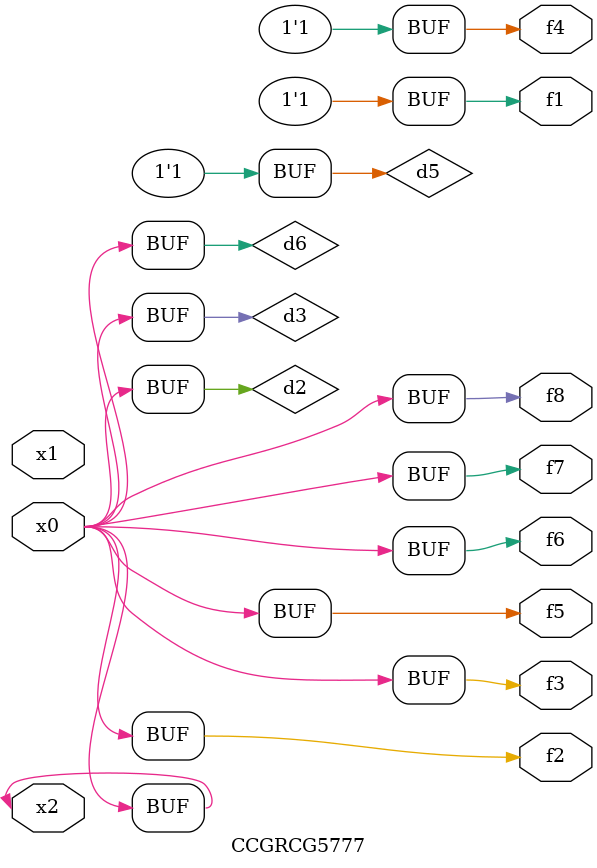
<source format=v>
module CCGRCG5777(
	input x0, x1, x2,
	output f1, f2, f3, f4, f5, f6, f7, f8
);

	wire d1, d2, d3, d4, d5, d6;

	xnor (d1, x2);
	buf (d2, x0, x2);
	and (d3, x0);
	xnor (d4, x1, x2);
	nand (d5, d1, d3);
	buf (d6, d2, d3);
	assign f1 = d5;
	assign f2 = d6;
	assign f3 = d6;
	assign f4 = d5;
	assign f5 = d6;
	assign f6 = d6;
	assign f7 = d6;
	assign f8 = d6;
endmodule

</source>
